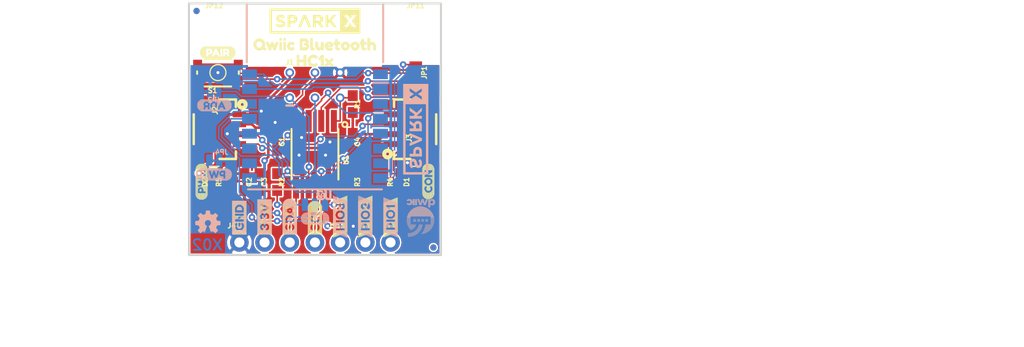
<source format=kicad_pcb>
(kicad_pcb (version 20211014) (generator pcbnew)
  (layers (0 "F.Cu" signal) (31 "B.Cu" signal) (34 "B.Paste" user) (35 "F.Paste" user) (36 "B.SilkS" user "B.Silkscreen") (37 "F.SilkS" user "F.Silkscreen") (38 "B.Mask" user) (39 "F.Mask" user) (44 "Edge.Cuts" user))
  (net 0 "")
  (net 1 "3.3V")
  (net 2 "GND")
  (net 3 "SCL")
  (net 4 "SDA")
  (net 5 "SCL_PU1")
  (net 6 "SDA_PU1")
  (net 7 "ADR")
  (net 8 "~{RST}")
  (net 9 "BT-TXO")
  (net 10 "BT-RXI")
  (net 11 "N$3")
  (net 12 "N$1")
  (net 13 "N$2")
  (net 14 "PIO1/LED")
  (net 15 "PIO2")
  (net 16 "PIO3")
  (net 17 "PIO0/KEY-HM11")
  (net 18 "KEY-HM17")
  (net 19 "N$4")
  (footprint "eagleBoard:0603" (layer "F.Cu") (at 152.3111 106.2736 -90)
    (fp_text reference "C4" (at 0 -0.762 -90) (layer "F.SilkS") (effects (font (size 0.48768 0.48768) (thickness 0.12192)) (justify bottom)))
    (fp_text value "10uF")
    (pad "1" smd rect (at -0.85 0 270) (size 1.1 1) (layers "F.Cu" "F.Paste" "F.Mask") (net 1 "3.3V"))
    (pad "2" smd rect (at 0.85 0 270) (size 1.1 1) (layers "F.Cu" "F.Paste" "F.Mask") (net 2 "GND"))
  )
  (footprint "eagleBoard:0603" (layer "F.Cu") (at 157.1371 110.3376 90)
    (fp_text reference "R4" (at 0 -0.762 90) (layer "F.SilkS") (effects (font (size 0.48768 0.48768) (thickness 0.12192)) (justify bottom)))
    (fp_text value "330")
    (pad "1" smd rect (at -0.85 0 90) (size 1.1 1) (layers "F.Cu" "F.Paste" "F.Mask") (net 13 "N$2"))
    (pad "2" smd rect (at 0.85 0 90) (size 1.1 1) (layers "F.Cu" "F.Paste" "F.Mask") (net 14 "PIO1/LED"))
  )
  (footprint "eagleBoard:0603" (layer "F.Cu") (at 141.3891 110.3376 -90)
    (fp_text reference "C2" (at 0 -0.762 -90) (layer "F.SilkS") (effects (font (size 0.48768 0.48768) (thickness 0.12192)) (justify bottom)))
    (fp_text value "0.1uF")
    (pad "1" smd rect (at -0.85 0 270) (size 1.1 1) (layers "F.Cu" "F.Paste" "F.Mask") (net 1 "3.3V"))
    (pad "2" smd rect (at 0.85 0 270) (size 1.1 1) (layers "F.Cu" "F.Paste" "F.Mask") (net 2 "GND"))
  )
  (footprint "eagleBoard:0603" (layer "F.Cu") (at 152.3111 110.3376 -90)
    (fp_text reference "R3" (at 0 -0.762 -90) (layer "F.SilkS") (effects (font (size 0.48768 0.48768) (thickness 0.12192)) (justify bottom)))
    (fp_text value "2.2k")
    (pad "1" smd rect (at -0.85 0 270) (size 1.1 1) (layers "F.Cu" "F.Paste" "F.Mask") (net 3 "SCL"))
    (pad "2" smd rect (at 0.85 0 270) (size 1.1 1) (layers "F.Cu" "F.Paste" "F.Mask") (net 5 "SCL_PU1"))
  )
  (footprint "eagleBoard:CON13" (layer "F.Cu") (at 159.9311 112.1156 90)
    (fp_text reference "U$17" hide)
    (fp_text value "" hide)
  )
  (footprint "eagleBoard:1X04_1MM_RA" (layer "F.Cu") (at 156.1211 105.0036 90)
    (fp_text reference "J3" (at -1.397 2.159 90) (layer "F.SilkS") (effects (font (size 0.48768 0.48768) (thickness 0.12192)) (justify left bottom)))
    (fp_text value "Qwiic-R")
    (pad "1" smd rect (at -1.5 0 90) (size 0.6 1.35) (layers "F.Cu" "F.Paste" "F.Mask") (net 2 "GND"))
    (pad "2" smd rect (at -0.5 0 90) (size 0.6 1.35) (layers "F.Cu" "F.Paste" "F.Mask") (net 1 "3.3V"))
    (pad "3" smd rect (at 0.5 0 90) (size 0.6 1.35) (layers "F.Cu" "F.Paste" "F.Mask") (net 4 "SDA"))
    (pad "4" smd rect (at 1.5 0 90) (size 0.6 1.35) (layers "F.Cu" "F.Paste" "F.Mask") (net 3 "SCL"))
    (pad "NC1" smd rect (at 2.8 3.675 90) (size 1.2 2) (layers "F.Cu" "F.Paste" "F.Mask"))
    (pad "NC2" smd rect (at -2.8 3.675 90) (size 1.2 2) (layers "F.Cu" "F.Paste" "F.Mask"))
  )
  (footprint "eagleBoard:STAND-OFF" (layer "F.Cu") (at 158.6611 94.8436)
    (fp_text reference "JP11" (at 0 -2.032) (layer "F.SilkS") (effects (font (size 0.48768 0.48768) (thickness 0.12192)) (justify bottom)))
    (fp_text value "STAND-OFF")
    (pad "" np_thru_hole circle (at 0 0) (size 3.302 3.302) (drill 3.302) (layers *.Cu *.Mask))
  )
  (footprint "eagleBoard:0603" (layer "F.Cu") (at 142.9131 110.3376 -90)
    (fp_text reference "C3" (at 0 -0.762 -90) (layer "F.SilkS") (effects (font (size 0.48768 0.48768) (thickness 0.12192)) (justify bottom)))
    (fp_text value "4.7uF")
    (pad "1" smd rect (at -0.85 0 270) (size 1.1 1) (layers "F.Cu" "F.Paste" "F.Mask") (net 1 "3.3V"))
    (pad "2" smd rect (at 0.85 0 270) (size 1.1 1) (layers "F.Cu" "F.Paste" "F.Mask") (net 2 "GND"))
  )
  (footprint "eagleBoard:CREATIVE_COMMONS" (layer "F.Cu") (at 137.0711 126.5936)
    (fp_text reference "FRAME1" hide)
    (fp_text value "FRAME-LETTER" hide)
  )
  (footprint "eagleBoard:PWR5" (layer "F.Cu") (at 137.0711 112.1791 90)
    (fp_text reference "U$16" hide)
    (fp_text value "" hide)
  )
  (footprint "eagleBoard:SMT-JUMPER_3_1-NC_PASTE_NO-SILK" (layer "F.Cu") (at 158.6611 99.2886 -90)
    (fp_text reference "JP1" (at 0 -1.143 -90) (layer "F.SilkS") (effects (font (size 0.48768 0.48768) (thickness 0.12192)) (justify bottom)))
    (fp_text value "Key-Select")
    (pad "1" smd rect (at -0.8128 0 270) (size 0.635 1.27) (layers "F.Cu" "F.Mask") (net 18 "KEY-HM17"))
    (pad "2" smd rect (at 0 0 270) (size 0.635 1.27) (layers "F.Cu" "F.Mask") (net 19 "N$4"))
    (pad "3" smd rect (at 0.8128 0 270) (size 0.635 1.27) (layers "F.Cu" "F.Mask") (net 17 "PIO0/KEY-HM11"))
  )
  (footprint "eagleBoard:HC1X12" (layer "F.Cu") (at 145.5801 98.0821)
    (fp_text reference "U$2" hide)
    (fp_text value "" hide)
  )
  (footprint "eagleBoard:3#3V1" (layer "F.Cu") (at 143.4211 116.0526 90)
    (fp_text reference "U$5" hide)
    (fp_text value "" hide)
  )
  (footprint "eagleBoard:QWIIC_BLUETOOTH11" (layer "F.Cu") (at 141.2621 96.4311)
    (fp_text reference "U$18" hide)
    (fp_text value "" hide)
  )
  (footprint "eagleBoard:SPARKX-MEDIUM" (layer "F.Cu") (at 148.5011 94.0816)
    (fp_text reference "LOGO3" hide)
    (fp_text value "SPARKX-LOGO4" hide)
  )
  (footprint "eagleBoard:1X04_NO_SILK" (layer "F.Cu") (at 140.8811 116.4336)
    (fp_text reference "J4" (at -1.27 -1.397) (layer "F.SilkS") (effects (font (size 0.48768 0.48768) (thickness 0.12192)) (justify left bottom)))
    (fp_text value "I2C")
    (pad "1" thru_hole circle (at 0 0 90) (size 1.8796 1.8796) (drill 1.016) (layers *.Cu *.Mask) (net 2 "GND"))
    (pad "2" thru_hole circle (at 2.54 0 90) (size 1.8796 1.8796) (drill 1.016) (layers *.Cu *.Mask) (net 1 "3.3V"))
    (pad "3" thru_hole circle (at 5.08 0 90) (size 1.8796 1.8796) (drill 1.016) (layers *.Cu *.Mask) (net 4 "SDA"))
    (pad "4" thru_hole circle (at 7.62 0 90) (size 1.8796 1.8796) (drill 1.016) (layers *.Cu *.Mask) (net 3 "SCL"))
  )
  (footprint "eagleBoard:0603" (layer "F.Cu") (at 144.6911 110.3376 -90)
    (fp_text reference "R2" (at 0 -0.762 -90) (layer "F.SilkS") (effects (font (size 0.48768 0.48768) (thickness 0.12192)) (justify bottom)))
    (fp_text value "2.2k")
    (pad "1" smd rect (at -0.85 0 270) (size 1.1 1) (layers "F.Cu" "F.Paste" "F.Mask") (net 4 "SDA"))
    (pad "2" smd rect (at 0.85 0 270) (size 1.1 1) (layers "F.Cu" "F.Paste" "F.Mask") (net 6 "SDA_PU1"))
  )
  (footprint "eagleBoard:LED-0603" (layer "F.Cu") (at 158.6611 110.3376 90)
    (fp_text reference "D1" (at 0 -0.635 90) (layer "F.SilkS") (effects (font (size 0.48768 0.48768) (thickness 0.12192)) (justify bottom)))
    (fp_text value "GREEN")
    (pad "A" smd roundrect (at -0.877 0) (size 1 1) (layers "F.Cu" "F.Paste" "F.Mask") (roundrect_rratio 0.15) (net 13 "N$2"))
    (pad "C" smd roundrect (at 0.877 0) (size 1 1) (layers "F.Cu" "F.Paste" "F.Mask") (roundrect_rratio 0.15) (net 2 "GND"))
  )
  (footprint "eagleBoard:FIDUCIAL-MICRO" (layer "F.Cu") (at 160.4391 116.9416)
    (fp_text reference "JP6" hide)
    (fp_text value "FIDUCIALUFIDUCIAL" hide)
    (pad "1" smd roundrect (at 0 0) (size 0.635 0.635) (layers "F.Cu" "F.Mask") (roundrect_rratio 0.5))
  )
  (footprint "eagleBoard:SO08-EIAJ_MCU" (layer "F.Cu") (at 148.5011 107.5436 180)
    (fp_text reference "U1" (at -2.8575 0 270) (layer "F.SilkS") (effects (font (size 0.48768 0.48768) (thickness 0.12192)) (justify right top)))
    (fp_text value "ATTiny85-Arduino")
    (pad "1" smd rect (at -1.905 3.3782 180) (size 0.6096 2.2098) (layers "F.Cu" "F.Paste" "F.Mask") (net 8 "~{RST}"))
    (pad "2" smd rect (at -0.635 3.3782 180) (size 0.6096 2.2098) (layers "F.Cu" "F.Paste" "F.Mask") (net 9 "BT-TXO"))
    (pad "3" smd rect (at 0.635 3.3782 180) (size 0.6096 2.2098) (layers "F.Cu" "F.Paste" "F.Mask") (net 10 "BT-RXI"))
    (pad "4" smd rect (at 1.905 3.3782 180) (size 0.6096 2.2098) (layers "F.Cu" "F.Paste" "F.Mask") (net 2 "GND"))
    (pad "5" smd rect (at 1.905 -3.3528 180) (size 0.6096 2.2098) (layers "F.Cu" "F.Paste" "F.Mask") (net 4 "SDA"))
    (pad "6" smd rect (at 0.635 -3.3528 180) (size 0.6096 2.2098) (layers "F.Cu" "F.Paste" "F.Mask") (net 7 "ADR"))
    (pad "7" smd rect (at -0.635 -3.3528 180) (size 0.6096 2.2098) (layers "F.Cu" "F.Paste" "F.Mask") (net 3 "SCL"))
    (pad "8" smd rect (at -1.905 -3.3528 180) (size 0.6096 2.2098) (layers "F.Cu" "F.Paste" "F.Mask") (net 1 "3.3V"))
  )
  (footprint "eagleBoard:FIDUCIAL-MICRO" (layer "F.Cu") (at 136.5631 93.0656)
    (fp_text reference "JP7" hide)
    (fp_text value "FIDUCIALUFIDUCIAL" hide)
    (pad "1" smd roundrect (at 0 0) (size 0.635 0.635) (layers "F.Cu" "F.Mask") (roundrect_rratio 0.5))
  )
  (footprint "eagleBoard:PIO33" (layer "F.Cu") (at 151.0411 116.0526 90)
    (fp_text reference "U$8" hide)
    (fp_text value "" hide)
  )
  (footprint "eagleBoard:0603" (layer "F.Cu") (at 144.6911 106.2736 -90)
    (fp_text reference "C1" (at 0 -0.762 -90) (layer "F.SilkS") (effects (font (size 0.48768 0.48768) (thickness 0.12192)) (justify bottom)))
    (fp_text value "0.1uF")
    (pad "1" smd rect (at -0.85 0 270) (size 1.1 1) (layers "F.Cu" "F.Paste" "F.Mask") (net 1 "3.3V"))
    (pad "2" smd rect (at 0.85 0 270) (size 1.1 1) (layers "F.Cu" "F.Paste" "F.Mask") (net 2 "GND"))
  )
  (footprint "eagleBoard:0603" (layer "F.Cu") (at 152.3111 102.4636 -90)
    (fp_text reference "R1" (at 0 -0.762 -90) (layer "F.SilkS") (effects (font (size 0.48768 0.48768) (thickness 0.12192)) (justify bottom)))
    (fp_text value "4.7k")
    (pad "1" smd rect (at -0.85 0 270) (size 1.1 1) (layers "F.Cu" "F.Paste" "F.Mask") (net 8 "~{RST}"))
    (pad "2" smd rect (at 0.85 0 270) (size 1.1 1) (layers "F.Cu" "F.Paste" "F.Mask") (net 1 "3.3V"))
  )
  (footprint "eagleBoard:2X3_TEST_POINTS" (layer "F.Cu") (at 148.5011 100.5586)
    (fp_text reference "J1" (at -3.048 -2.032) (layer "F.SilkS") (effects (font (size 0.48768 0.48768) (thickness 0.12192)) (justify left bottom)))
    (fp_text value "ISP")
    (pad "1" thru_hole circle (at -2.54 1.27) (size 0.8636 0.8636) (drill 0.508) (layers *.Cu) (net 7 "ADR"))
    (pad "2" thru_hole circle (at -2.54 -1.27) (size 0.8636 0.8636) (drill 0.508) (layers *.Cu) (net 1 "3.3V"))
    (pad "3" thru_hole circle (at 0 1.27) (size 0.8636 0.8636) (drill 0.508) (layers *.Cu) (net 3 "SCL"))
    (pad "4" thru_hole circle (at 0 -1.27) (size 0.8636 0.8636) (drill 0.508) (layers *.Cu) (net 4 "SDA"))
    (pad "5" thru_hole circle (at 2.54 1.27) (size 0.8636 0.8636) (drill 0.508) (layers *.Cu) (net 8 "~{RST}"))
    (pad "6" thru_hole circle (at 2.54 -1.27) (size 0.8636 0.8636) (drill 0.508) (layers *.Cu) (net 2 "GND"))
  )
  (footprint "eagleBoard:STAND-OFF" (layer "F.Cu") (at 138.3411 94.8436)
    (fp_text reference "JP12" (at 0 -2.032) (layer "F.SilkS") (effects (font (size 0.48768 0.48768) (thickness 0.12192)) (justify bottom)))
    (fp_text value "STAND-OFF")
    (pad "" np_thru_hole circle (at 0 0) (size 3.302 3.302) (drill 3.302) (layers *.Cu *.Mask))
  )
  (footprint "eagleBoard:PIO110" (layer "F.Cu") (at 156.1211 115.9891 90)
    (fp_text reference "U$3" hide)
    (fp_text value "" hide)
  )
  (footprint "eagleBoard:0603" (layer "F.Cu") (at 139.8651 110.3376 90)
    (fp_text reference "R5" (at 0 -0.762 90) (layer "F.SilkS") (effects (font (size 0.48768 0.48768) (thickness 0.12192)) (justify bottom)))
    (fp_text value "1k")
    (pad "1" smd rect (at -0.85 0 90) (size 1.1 1) (layers "F.Cu" "F.Paste" "F.Mask") (net 11 "N$3"))
    (pad "2" smd rect (at 0.85 0 90) (size 1.1 1) (layers "F.Cu" "F.Paste" "F.Mask") (net 1 "3.3V"))
  )
  (footprint "eagleBoard:1X04_1MM_RA" (layer "F.Cu") (at 140.8811 105.0036 -90)
    (fp_text reference "J2" (at -1.397 2.159 -90) (layer "F.SilkS") (effects (font (size 0.48768 0.48768) (thickness 0.12192)) (justify left bottom)))
    (fp_text value "Qwiic-L")
    (pad "1" smd rect (at -1.5 0 270) (size 0.6 1.35) (layers "F.Cu" "F.Paste" "F.Mask") (net 2 "GND"))
    (pad "2" smd rect (at -0.5 0 270) (size 0.6 1.35) (layers "F.Cu" "F.Paste" "F.Mask") (net 1 "3.3V"))
    (pad "3" smd rect (at 0.5 0 270) (size 0.6 1.35) (layers "F.Cu" "F.Paste" "F.Mask") (net 4 "SDA"))
    (pad "4" smd rect (at 1.5 0 270) (size 0.6 1.35) (layers "F.Cu" "F.Paste" "F.Mask") (net 3 "SCL"))
    (pad "NC1" smd rect (at 2.8 3.675 270) (size 1.2 2) (layers "F.Cu" "F.Paste" "F.Mask"))
    (pad "NC2" smd rect (at -2.8 3.675 270) (size 1.2 2) (layers "F.Cu" "F.Paste" "F.Mask"))
  )
  (footprint "eagleBoard:PAIR15" (layer "F.Cu") (at 136.8171 97.2566)
    (fp_text reference "U$23" hide)
    (fp_text value "" hide)
  )
  (footprint "eagleBoard:SDA4" (layer "F.Cu") (at 145.9611 116.0526 90)
    (fp_text reference "U$6" hide)
    (fp_text value "" hide)
  )
  (footprint "eagleBoard:TACTILE_SWITCH_SMD_4.6X2.8MM" (layer "F.Cu") (at 138.7221 99.2886 180)
    (fp_text reference "S1" (at 0 -1.524 180) (layer "F.SilkS") (effects (font (size 0.48768 0.48768) (thickness 0.12192)) (justify right top)))
    (fp_text value "KEY")
    (pad "1" smd rect (at -2.05 0.8 180) (size 0.9 1) (layers "F.Cu" "F.Paste" "F.Mask") (net 2 "GND"))
    (pad "2" smd rect (at 2.05 0.8 180) (size 0.9 1) (layers "F.Cu" "F.Paste" "F.Mask") (net 2 "GND"))
    (pad "3" smd rect (at 2.05 -0.8 180) (size 0.9 1) (layers "F.Cu" "F.Paste" "F.Mask") (net 19 "N$4"))
    (pad "4" smd rect (at -2.05 -0.8 180) (size 0.9 1) (layers "F.Cu" "F.Paste" "F.Mask") (net 19 "N$4"))
  )
  (footprint "eagleBoard:LED-0603" (layer "F.Cu") (at 138.3411 110.3376 90)
    (fp_text reference "D2" (at 0 -0.635 90) (layer "F.SilkS") (effects (font (size 0.48768 0.48768) (thickness 0.12192)) (justify bottom)))
    (fp_text value "RED")
    (pad "A" smd roundrect (at -0.877 0) (size 1 1) (layers "F.Cu" "F.Paste" "F.Mask") (roundrect_rratio 0.15) (net 11 "N$3"))
    (pad "C" smd roundrect (at 0.877 0) (size 1 1) (layers "F.Cu" "F.Paste" "F.Mask") (roundrect_rratio 0.15) (net 12 "N$1"))
  )
  (footprint "eagleBoard:PIO29" (layer "F.Cu") (at 153.5811 116.0526 90)
    (fp_text reference "U$9" hide)
    (fp_text value "" hide)
  )
  (footprint "eagleBoard:GND0" (layer "F.Cu") (at 140.8811 116.0526 90)
    (fp_text reference "U$4" hide)
    (fp_text value "" hide)
  )
  (footprint "eagleBoard:1X03_NO_SILK" (layer "F.Cu") (at 151.0411 116.4336)
    (fp_text reference "J5" (at -1.27 -1.397) (layer "F.SilkS") (effects (font (size 0.48768 0.48768) (thickness 0.12192)) (justify left bottom)))
    (fp_text value "PIO")
    (pad "1" thru_hole circle (at 0 0 90) (size 1.8796 1.8796) (drill 1.016) (layers *.Cu *.Mask) (net 16 "PIO3"))
    (pad "2" thru_hole circle (at 2.54 0 90) (size 1.8796 1.8796) (drill 1.016) (layers *.Cu *.Mask) (net 15 "PIO2"))
    (pad "3" thru_hole circle (at 5.08 0 90) (size 1.8796 1.8796) (drill 1.016) (layers *.Cu *.Mask) (net 14 "PIO1/LED"))
  )
  (footprint "eagleBoard:SCL2" (layer "F.Cu") (at 148.5011 116.2431 90)
    (fp_text reference "U$7" hide)
    (fp_text value "" hide)
  )
  (footprint "eagleBoard:QWIIC-LOGO-SMALL" (layer "B.Cu") (at 159.2326 113.9571 180)
    (fp_text reference "U$21" hide)
    (fp_text value "" hide)
  )
  (footprint "eagleBoard:PIO110" (layer "B.Cu") (at 156.1211 115.9891 90)
    (fp_text reference "U$22" hide)
    (fp_text value "" hide)
  )
  (footprint "eagleBoard:FIDUCIAL-MICRO" (layer "B.Cu") (at 136.5631 93.0656 180)
    (fp_text reference "JP8" hide)
    (fp_text value "FIDUCIALUFIDUCIAL" hide)
    (pad "1" smd roundrect (at 0 0 180) (size 0.635 0.635) (layers "B.Cu" "B.Mask") (roundrect_rratio 0.5))
  )
  (footprint "eagleBoard:HM-11" (layer "B.Cu") (at 148.5011 101.7016 180)
    (fp_text reference "U2" (at 0 -9.525) (layer "B.SilkS") (effects (font (size 0.8128 0.8128) (thickness 0.2032)) (justify right top mirror)))
    (fp_text value "HM-17")
    (pad "1" smd rect (at -6.6 2.25 180) (size 1.5 1) (layers "B.Cu" "B.Paste" "B.Mask"))
    (pad "2" smd rect (at -6.6 0.75 180) (size 1.5 1) (layers "B.Cu" "B.Paste" "B.Mask") (net 9 "BT-TXO"))
    (pad "3" smd rect (at -6.6 -0.75 180) (size 1.5 1) (layers "B.Cu" "B.Paste" "B.Mask"))
    (pad "4" smd rect (at -6.6 -2.25 180) (size 1.5 1) (layers "B.Cu" "B.Paste" "B.Mask") (net 10 "BT-RXI"))
    (pad "5" smd rect (at -6.6 -3.75 180) (size 1.5 1) (layers "B.Cu" "B.Paste" "B.Mask"))
    (pad "6" smd rect (at -6.6 -5.25 180) (size 1.5 1) (layers "B.Cu" "B.Paste" "B.Mask"))
    (pad "7" smd rect (at -6.6 -6.75 180) (size 1.5 1) (layers "B.Cu" "B.Paste" "B.Mask"))
    (pad "8" smd rect (at -6.6 -8.25 180) (size 1.5 1) (layers "B.Cu" "B.Paste" "B.Mask") (net 18 "KEY-HM17"))
    (pad "9" smd rect (at 6.6 -8.25) (size 1.5 1) (layers "B.Cu" "B.Paste" "B.Mask") (net 1 "3.3V"))
    (pad "10" smd rect (at 6.6 -6.75) (size 1.5 1) (layers "B.Cu" "B.Paste" "B.Mask"))
    (pad "11" smd rect (at 6.6 -5.25) (size 1.5 1) (layers "B.Cu" "B.Paste" "B.Mask"))
    (pad "12" smd rect (at 6.6 -3.75) (size 1.5 1) (layers "B.Cu" "B.Paste" "B.Mask") (net 2 "GND"))
    (pad "13" smd rect (at 6.6 -2.25) (size 1.5 1) (layers "B.Cu" "B.Paste" "B.Mask") (net 16 "PIO3"))
    (pad "14" smd rect (at 6.6 -0.75) (size 1.5 1) (layers "B.Cu" "B.Paste" "B.Mask") (net 15 "PIO2"))
    (pad "15" smd rect (at 6.6 0.75) (size 1.5 1) (layers "B.Cu" "B.Paste" "B.Mask") (net 14 "PIO1/LED"))
    (pad "16" smd rect (at 6.6 2.25) (size 1.5 1) (layers "B.Cu" "B.Paste" "B.Mask") (net 17 "PIO0/KEY-HM11"))
    (zone (net 0) (net_name "") (layer "F.Cu") (connect_pads (clearance 0)) (min_thickness 0.254)
      (keepout (tracks not_allowed) (vias not_allowed) (pads not_allowed) (copperpour not_allowed) (footprints allowed))
      (fill (thermal_gap 0.508) (thermal_bridge_width 0.508))
      (polygon (pts (xy 141.7511 92.4516) (xy 155.2511 92.4516) (xy 155.2511 98.7016) (xy 141.7511 98.7016)))
    )
    (zone (net 0) (net_name "") (layer "B.Cu") (connect_pads (clearance 0)) (min_thickness 0.254)
      (keepout (tracks not_allowed) (vias not_allowed) (pads not_allowed) (copperpour not_allowed) (footprints allowed))
      (fill (thermal_gap 0.508) (thermal_bridge_width 0.508))
      (polygon (pts (xy 155.2511 98.7016) (xy 141.7511 98.7016) (xy 141.7511 92.4516) (xy 155.2511 92.4516)))
    )
  )
  (footprint "eagleBoard:SMT-JUMPER_2_NC_TRACE_NO-SILK" (layer "B.Cu") (at 138.3411 108.1786 180)
    (fp_text reference "JP4" (at 0 1.143) (layer "B.SilkS") (effects (font (size 0.48768 0.48768) (thickness 0.12192)) (justify right top mirror)))
    (fp_text value "PWR-LED")
    (fp_poly (pts (xy -0.2032 -0.127) (xy 0.2032 -0.127) (xy 0.2032 0.127) (xy -0.2032 0.127)) (layer "B.Cu") (width 0) (fill solid))
    (pad "1" smd rect (at -0.508 0 180) (size 0.635 1.27) (layers "B.Cu" "B.Mask") (net 2 "GND"))
    (pad "2" smd rect (at 0.508 0 180) (size 0.635 1.27) (layers "B.Cu" "B.Mask") (net 12 "N$1"))
  )
  (footprint "eagleBoard:SMT-JUMPER_2_NO_NO-SILK" (layer "B.Cu") (at 138.3411 101.1936)
    (fp_text reference "JP2" (at 0 1.143 180) (layer "B.SilkS") (effects (font (size 0.48768 0.48768) (thickness 0.12192)) (justify bottom mirror)))
    (fp_text value "ADR")
    (pad "1" smd rect (at -0.4064 0) (size 0.635 1.27) (layers "B.Cu" "B.Mask") (net 2 "GND"))
    (pad "2" smd rect (at 0.4064 0) (size 0.635 1.27) (layers "B.Cu" "B.Mask") (net 7 "ADR"))
  )
  (footprint "eagleBoard:3#3V1" (layer "B.Cu") (at 143.4211 116.0526 90)
    (fp_text reference "U$11" hide)
    (fp_text value "" hide)
  )
  (footprint "eagleBoard:PWR5" (layer "B.Cu") (at 140.1826 109.5756 180)
    (fp_text reference "U$13" hide)
    (fp_text value "" hide)
  )
  (footprint "eagleBoard:I2C7" (layer "B.Cu") (at 150.0251 114.0206 180)
    (fp_text reference "U$20" hide)
    (fp_text value "" hide)
  )
  (footprint "eagleBoard:FIDUCIAL-MICRO" (layer "B.Cu") (at 160.4391 116.9416 180)
    (fp_text reference "JP5" hide)
    (fp_text value "FIDUCIALUFIDUCIAL" hide)
    (pad "1" smd roundrect (at 0 0 180) (size 0.635 0.635) (layers "B.Cu" "B.Mask") (roundrect_rratio 0.5))
  )
  (footprint "eagleBoard:SMT-JUMPER_3_2-NC_TRACE_NO-SILK" (layer "B.Cu") (at 148.5011 112.6236 180)
    (fp_text reference "JP3" (at 0 1.143) (layer "B.SilkS") (effects (font (size 0.48768 0.48768) (thickness 0.12192)) (justify right top mirror)))
    (fp_text value "I2C")
    (fp_poly (pts (xy 0.3048 -0.127) (xy 0.7112 -0.127) (xy 0.7112 0.127) (xy 0.3048 0.127)) (layer "B.Cu") (width 0) (fill solid))
    (fp_poly (pts (xy -0.7112 -0.127) (xy -0.3048 -0.127) (xy -0.3048 0.127) (xy -0.7112 0.127)) (layer "B.Cu") (width 0) (fill solid))
    (pad "1" smd rect (at -1.016 0 180) (size 0.635 1.27) (layers "B.Cu" "B.Mask") (net 5 "SCL_PU1"))
    (pad "2" smd rect (at 0 0 180) (size 0.635 1.27) (layers "B.Cu" "B.Mask") (net 1 "3.3V"))
    (pad "3" smd rect (at 1.016 0 180) (size 0.635 1.27) (layers "B.Cu" "B.Mask") (net 6 "SDA_PU1"))
  )
  (footprint "eagleBoard:OSHW-LOGO-MINI" (layer "B.Cu") (at 137.7061 114.4651 180)
    (fp_text reference "LOGO1" hide)
    (fp_text value "OSHW-LOGOMINI" hide)
  )
  (footprint "eagleBoard:PIO33" (layer "B.Cu") (at 151.0411 116.0526 90)
    (fp_text reference "U$14" hide)
    (fp_text value "" hide)
  )
  (footprint "eagleBoard:SDA4" (layer "B.Cu") (at 145.9611 116.0526 90)
    (fp_text reference "U$1" hide)
    (fp_text value "" hide)
  )
  (footprint "eagleBoard:ADR8" (layer "B.Cu") (at 140.1826 102.5906 180)
    (fp_text reference "U$19" hide)
    (fp_text value "" hide)
  )
  (footprint "eagleBoard:SPARKX-MEDIUM" (layer "B.Cu") (at 158.6611 105.0036 90)
    (fp_text reference "LOGO2" hide)
    (fp_text value "SPARKX-LOGO4" hide)
  )
  (footprint "eagleBoard:GND0" (layer "B.Cu") (at 140.8811 116.0526 90)
    (fp_text reference "U$10" hide)
    (fp_text value "" hide)
  )
  (footprint "eagleBoard:PIO29" (layer "B.Cu") (at 153.5811 116.0526 90)
    (fp_text reference "U$15" hide)
    (fp_text value "" hide)
  )
  (gr_line (start 135.8011 92.3036) (end 135.8011 117.7036) (layer "Edge.Cuts") (width 0.2032))
  (gr_line (start 135.8011 117.7036) (end 161.2011 117.7036) (layer "Edge.Cuts") (width 0.2032))
  (gr_line (start 161.2011 92.3036) (end 135.8011 92.3036) (layer "Edge.Cuts") (width 0.2032))
  (gr_line (start 161.2011 117.7036) (end 161.2011 92.3036) (layer "Edge.Cuts") (width 0.2032))
  (gr_text "X02" (at 137.6426 116.6876) (layer "B.Cu") (effects (font (size 1.0795 1.0795) (thickness 0.1905)) (justify mirror)))
  (segment (start 151.0617 106.253) (end 151.4817 106.253) (width 0.254) (layer "F.Cu") (net 1))
  (segment (start 152.3111 105.4236) (end 152.3111 103.3136) (width 0.254) (layer "F.Cu") (net 1))
  (segment (start 139.8651 109.4876) (end 141.3891 109.4876) (width 0.254) (layer "F.Cu") (net 1))
  (segment (start 143.8021 105.4236) (end 143.8021 107.7976) (width 0.254) (layer "F.Cu") (net 1))
  (segment (start 142.9131 109.4876) (end 143.4211 108.9796) (width 0.254) (layer "F.Cu") (net 1))
  (segment (start 150.4061 110.8964) (end 150.4061 106.9086) (width 0.254) (layer "F.Cu") (net 1))
  (segment (start 143.8021 107.7976) (end 143.4211 108.1786) (width 0.254) (layer "F.Cu") (net 1))
  (segment (start 146.1761 106.9086) (end 150.4061 106.9086) (width 0.254) (layer "F.Cu") (net 1))
  (segment (start 143.4211 108.9796) (end 143.4211 108.1786) (width 0.254) (layer "F.Cu") (net 1))
  (segment (start 143.8021 105.4236) (end 143.8021 104.8512) (width 0.254) (layer "F.Cu") (net 1))
  (segment (start 142.4987 104.8512) (end 143.8021 104.8512) (width 0.254) (layer "F.Cu") (net 1))
  (segment (start 151.4817 106.253) (end 152.3111 105.4236) (width 0.254) (layer "F.Cu") (net 1))
  (segment (start 143.8021 104.8512) (end 143.8021 102.0826) (width 0.254) (layer "F.Cu") (net 1))
  (segment (start 152.3111 105.4236) (end 152.3911 105.5036) (width 0.254) (layer "F.Cu") (net 1))
  (segment (start 150.4061 106.9086) (end 151.0617 106.253) (width 0.254) (layer "F.Cu") (net 1))
  (segment (start 144.6911 105.4236) (end 146.1761 106.9086) (width 0.254) (layer "F.Cu") (net 1))
  (segment (start 142.1511 104.5036) (end 142.4987 104.8512) (width 0.254) (layer "F.Cu") (net 1))
  (segment (start 145.9611 99.9236) (end 145.9611 99.2886) (width 0.254) (layer "F.Cu") (net 1))
  (segment (start 143.8021 102.0826) (end 145.9611 99.9236) (width 0.254) (layer "F.Cu") (net 1))
  (segment (start 144.6911 105.4236) (end 143.8021 105.4236) (width 0.254) (layer "F.Cu") (net 1))
  (segment (start 152.3911 105.5036) (end 156.1211 105.5036) (width 0.254) (layer "F.Cu") (net 1))
  (segment (start 141.3891 109.4876) (end 142.9131 109.4876) (width 0.254) (layer "F.Cu") (net 1))
  (segment (start 140.8811 104.5036) (end 142.1511 104.5036) (width 0.254) (layer "F.Cu") (net 1))
  (via (at 143.4211 108.1786) (size 0.6604) (drill 0.3048) (layers "F.Cu" "B.Cu") (net 1))
  (via (at 144.6911 113.4618) (size 0.6604) (drill 0.3048) (layers "F.Cu" "B.Cu") (net 1))
  (segment (start 143.4211 116.4336) (end 143.4211 113.8936) (width 0.254) (layer "B.Cu") (net 1))
  (segment (start 141.9011 109.9516) (end 143.4211 109.9516) (width 0.254) (layer "B.Cu") (net 1))
  (segment (start 148.4249 112.6998) (end 148.5011 112.6236) (width 0.1524) (layer "B.Cu") (net 1))
  (segment (start 148.2471 113.8936) (end 148.5011 113.6396) (width 0.1524) (layer "B.Cu") (net 1))
  (segment (start 144.6911 113.4618) (end 143.4211 113.4618) (width 0.1524) (layer "B.Cu") (net 1))
  (segment (start 143.4211 113.8936) (end 143.4211 109.9516) (width 0.254) (layer "B.Cu") (net 1))
  (segment (start 143.4211 109.9516) (end 143.4211 108.1786) (width 0.254) (layer "B.Cu") (net 1))
  (segment (start 145.1229 113.8936) (end 148.2471 113.8936) (width 0.1524) (layer "B.Cu") (net 1))
  (segment (start 144.6911 113.4618) (end 145.1229 113.8936) (width 0.1524) (layer "B.Cu") (net 1))
  (segment (start 143.4211 113.4618) (end 143.4211 113.8936) (width 0.1524) (layer "B.Cu") (net 1))
  (segment (start 148.5011 113.6396) (end 148.5011 112.6236) (width 0.1524) (layer "B.Cu") (net 1))
  (segment (start 148.4249 112.959588) (end 148.4249 112.6998) (width 0.1524) (layer "B.Cu") (net 1))
  (segment (start 138.7221 99.2886) (end 138.7221 98.4886) (width 0.254) (layer "F.Cu") (net 2))
  (segment (start 136.6721 98.4886) (end 138.7221 98.4886) (width 0.254) (layer "F.Cu") (net 2))
  (segment (start 138.7221 98.4886) (end 140.7721 98.4886) (width 0.254) (layer "F.Cu") (net 2))
  (via (at 144.4879 104.3178) (size 0.6604) (drill 0.3048) (layers "F.Cu" "B.Cu") (net 2))
  (via (at 157.8229 108.3818) (size 0.6604) (drill 0.3048) (layers "F.Cu" "B.Cu") (net 2))
  (via (at 150.0124 106.2863) (size 0.6604) (drill 0.3048) (layers "F.Cu" "B.Cu") (net 2))
  (via (at 139.6619 105.4608) (size 0.6604) (drill 0.3048) (layers "F.Cu" "B.Cu") (net 2))
  (via (at 138.7221 99.2886) (size 0.6604) (drill 0.3048) (layers "F.Cu" "B.Cu") (net 2))
  (via (at 143.0909 103.1748) (size 0.6604) (drill 0.3048) (layers "F.Cu" "B.Cu") (net 2))
  (via (at 147.1549 105.8418) (size 0.6604) (drill 0.3048) (layers "F.Cu" "B.Cu") (net 2))
  (via (at 146.9009 107.6198) (size 0.6604) (drill 0.3048) (layers "F.Cu" "B.Cu") (net 2))
  (via (at 152.3619 114.7953) (size 0.6604) (drill 0.3048) (layers "F.Cu" "B.Cu") (net 2))
  (via (at 149.5679 107.6198) (size 0.6604) (drill 0.3048) (layers "F.Cu" "B.Cu") (net 2))
  (segment (start 143.1925 106.9086) (end 142.7875 106.5036) (width 0.1524) (layer "F.Cu") (net 3))
  (segment (start 142.7875 106.5036) (end 140.8811 106.5036) (width 0.1524) (layer "F.Cu") (net 3))
  (segment (start 149.1361 110.8964) (end 149.1361 113.2586) (width 0.1524) (layer "F.Cu") (net 3))
  (segment (start 149.1361 113.2586) (end 148.5011 113.8936) (width 0.1524) (layer "F.Cu") (net 3))
  (segment (start 152.3111 109.4876) (end 151.3205 108.497) (width 0.1524) (layer "F.Cu") (net 3))
  (segment (start 151.3205 108.497) (end 151.3205 107.9754) (width 0.1524) (layer "F.Cu") (net 3))
  (segment (start 149.1361 110.8964) (end 149.1361 109.2454) (width 0.1524) (layer "F.Cu") (net 3))
  (segment (start 153.8685 103.9114) (end 154.2763 103.5036) (width 0.1524) (layer "F.Cu") (net 3))
  (segment (start 148.5011 113.8936) (end 148.5011 116.4336) (width 0.1524) (layer "F.Cu") (net 3))
  (segment (start 154.2763 103.5036) (end 156.1211 103.5036) (width 0.1524) (layer "F.Cu") (net 3))
  (via (at 153.8685 103.9114) (size 0.6604) (drill 0.3048) (layers "F.Cu" "B.Cu") (net 3))
  (via (at 149.1361 109.2454) (size 0.6604) (drill 0.3048) (layers "F.Cu" "B.Cu") (net 3))
  (via (at 151.3205 107.9754) (size 0.6604) (drill 0.3048) (layers "F.Cu" "B.Cu") (net 3))
  (via (at 143.1925 106.9086) (size 0.6604) (drill 0.3048) (layers "F.Cu" "B.Cu") (net 3))
  (segment (start 143.8275 106.9086) (end 143.1925 106.9086) (width 0.1524) (layer "B.Cu") (net 3))
  (segment (start 145.1873 109.465069) (end 145.514631 109.7924) (width 0.1524) (layer "B.Cu") (net 3))
  (segment (start 145.514631 109.7924) (end 147.702968 109.7924) (width 0.1524) (layer "B.Cu") (net 3))
  (segment (start 153.8525 103.9274) (end 153.8685 103.9114) (width 0.1524) (layer "B.Cu") (net 3))
  (segment (start 148.5011 101.8286) (end 148.5011 109.2454) (width 0.1524) (layer "B.Cu") (net 3))
  (segment (start 151.3205 107.9754) (end 153.8525 105.4434) (width 0.1524) (layer "B.Cu") (net 3))
  (segment (start 148.249968 109.2454) (end 148.5011 109.2454) (width 0.1524) (layer "B.Cu") (net 3))
  (segment (start 145.1873 108.2684) (end 143.8275 106.9086) (width 0.1524) (layer "B.Cu") (net 3))
  (segment (start 145.1873 109.465069) (end 145.1873 108.2684) (width 0.1524) (layer "B.Cu") (net 3))
  (segment (start 148.5011 109.2454) (end 149.1361 109.2454) (width 0.1524) (layer "B.Cu") (net 3))
  (segment (start 149.1361 109.2454) (end 150.0505 109.2454) (width 0.1524) (layer "B.Cu") (net 3))
  (segment (start 147.702968 109.7924) (end 148.249968 109.2454) (width 0.1524) (layer "B.Cu") (net 3))
  (segment (start 150.0505 109.2454) (end 151.3205 107.9754) (width 0.1524) (layer "B.Cu") (net 3))
  (segment (start 153.8525 105.4434) (end 153.8525 103.9274) (width 0.1524) (layer "B.Cu") (net 3))
  (segment (start 145.9611 114.5286) (end 145.9611 116.4336) (width 0.1524) (layer "F.Cu") (net 4))
  (segment (start 148.5011 99.7966) (end 148.5011 99.2886) (width 0.1524) (layer "F.Cu") (net 4))
  (segment (start 146.5961 110.0836) (end 145.7461 109.2336) (width 0.1524) (layer "F.Cu") (net 4))
  (segment (start 145.750353 105.620747) (end 146.0627 105.3084) (width 0.1524) (layer "F.Cu") (net 4))
  (segment (start 145.750353 105.620747) (end 145.882506 105.7529) (width 0.1524) (layer "F.Cu") (net 4))
  (segment (start 146.0627 102.714732) (end 147.2565 101.520932) (width 0.1524) (layer "F.Cu") (net 4))
  (segment (start 146.5961 110.8964) (end 146.5961 111.706332) (width 0.1524) (layer "F.Cu") (net 4))
  (segment (start 146.0627 105.3084) (end 146.0627 102.714732) (width 0.1524) (layer "F.Cu") (net 4))
  (segment (start 147.2565 101.520932) (end 147.2565 101.0412) (width 0.1524) (layer "F.Cu") (net 4))
  (segment (start 145.7461 105.620747) (end 145.750353 105.620747) (width 0.1524) (layer "F.Cu") (net 4))
  (segment (start 146.657206 106.5276) (end 148.5392 106.5276) (width 0.1524) (layer "F.Cu") (net 4))
  (segment (start 142.6003 105.5036) (end 143.1925 106.0958) (width 0.1524) (layer "F.Cu") (net 4))
  (segment (start 145.4921 109.4876) (end 145.7461 109.2336) (width 0.1524) (layer "F.Cu") (net 4))
  (segment (start 146.5961 110.8964) (end 146.5961 110.0836) (width 0.1524) (layer "F.Cu") (net 4))
  (segment (start 153.2937 104.6737) (end 153.4638 104.5036) (width 0.1524) (layer "F.Cu") (net 4))
  (segment (start 146.5961 113.8936) (end 145.9611 114.5286) (width 0.1524) (layer "F.Cu") (net 4))
  (segment (start 140.8811 105.5036) (end 142.6003 105.5036) (width 0.1524) (layer "F.Cu") (net 4))
  (segment (start 146.5961 110.8964) (end 146.5961 113.8936) (width 0.1524) (layer "F.Cu") (net 4))
  (segment (start 147.2565 101.0412) (end 148.5011 99.7966) (width 0.1524) (layer "F.Cu") (net 4))
  (segment (start 144.6911 109.4876) (end 145.4921 109.4876) (width 0.1524) (layer "F.Cu") (net 4))
  (segment (start 153.4638 104.5036) (end 156.1211 104.5036) (width 0.1524) (layer "F.Cu") (net 4))
  (segment (start 148.5392 106.5276) (end 149.0599 106.0069) (width 0.1524) (layer "F.Cu") (net 4))
  (segment (start 145.750353 105.620747) (end 146.657206 106.5276) (width 0.1524) (layer "F.Cu") (net 4))
  (via (at 149.0599 106.0069) (size 0.6604) (drill 0.3048) (layers "F.Cu" "B.Cu") (net 4))
  (via (at 145.7461 109.2336) (size 0.6604) (drill 0.3048) (layers "F.Cu" "B.Cu") (net 4))
  (via (at 145.750353 105.620747) (size 0.6604) (drill 0.3048) (layers "F.Cu" "B.Cu") (net 4))
  (via (at 153.2937 104.6737) (size 0.6604) (drill 0.3048) (layers "F.Cu" "B.Cu") (net 4))
  (via (at 143.1925 106.0958) (size 0.6604) (drill 0.3048) (layers "F.Cu" "B.Cu") (net 4))
  (segment (start 152.4047 105.698894) (end 153.2937 104.809894) (width 0.1524) (layer "B.Cu") (net 4))
  (segment (start 153.2937 104.809894) (end 153.2937 104.6737) (width 0.1524) (layer "B.Cu") (net 4))
  (segment (start 149.0599 106.0069) (end 149.367906 105.698894) (width 0.1524) (layer "B.Cu") (net 4))
  (segment (start 144.347828 106.997872) (end 143.953756 106.6038) (width 0.1524) (layer "B.Cu") (net 4))
  (segment (start 143.7005 106.6038) (end 143.1925 106.0958) (width 0.1524) (layer "B.Cu") (net 4))
  (segment (start 144.373228 106.997872) (end 144.347828 106.997872) (width 0.1524) (layer "B.Cu") (net 4))
  (segment (start 145.7461 108.396144) (end 144.347828 106.997872) (width 0.1524) (layer "B.Cu") (net 4))
  (segment (start 145.750353 105.620747) (end 144.373228 106.997872) (width 0.1524) (layer "B.Cu") (net 4))
  (segment (start 145.7461 109.2336) (end 145.7461 108.396144) (width 0.1524) (layer "B.Cu") (net 4))
  (segment (start 143.953756 106.6038) (end 143.7005 106.6038) (width 0.1524) (layer "B.Cu") (net 4))
  (segment (start 149.367906 105.698894) (end 152.4047 105.698894) (width 0.1524) (layer "B.Cu") (net 4))
  (segment (start 152.3111 111.7346) (end 152.3111 111.1876) (width 0.1524) (layer "F.Cu") (net 5))
  (segment (start 150.4061 112.6236) (end 151.4221 112.6236) (width 0.1524) (layer "F.Cu") (net 5))
  (segment (start 151.4221 112.6236) (end 152.3111 111.7346) (width 0.1524) (layer "F.Cu") (net 5))
  (via (at 150.4061 112.6236) (size 0.6604) (drill 0.3048) (layers "F.Cu" "B.Cu") (net 5))
  (segment (start 149.5171 112.6236) (end 150.4061 112.6236) (width 0.1524) (layer "B.Cu") (net 5))
  (segment (start 144.6911 111.1876) (end 144.6911 112.6236) (width 0.1524) (layer "F.Cu") (net 6))
  (via (at 144.6911 112.6236) (size 0.6604) (drill 0.3048) (layers "F.Cu" "B.Cu") (net 6))
  (segment (start 147.4851 112.6236) (end 144.6911 112.6236) (width 0.1524) (layer "B.Cu") (net 6))
  (segment (start 147.8661 108.839) (end 147.8915 108.8136) (width 0.1524) (layer "F.Cu") (net 7))
  (segment (start 147.8661 110.8964) (end 147.8661 108.839) (width 0.1524) (layer "F.Cu") (net 7))
  (via (at 147.8915 108.8136) (size 0.6604) (drill 0.3048) (layers "F.Cu" "B.Cu") (net 7))
  (segment (start 140.569812 101.1936) (end 141.056412 101.6802) (width 0.1524) (layer "B.Cu") (net 7))
  (segment (start 145.8127 101.6802) (end 145.9611 101.8286) (width 0.1524) (layer "B.Cu") (net 7))
  (segment (start 147.8915 108.8136) (end 147.8915 103.759) (width 0.1524) (layer "B.Cu") (net 7))
  (segment (start 141.056412 101.6802) (end 145.8127 101.6802) (width 0.1524) (layer "B.Cu") (net 7))
  (segment (start 147.8915 103.759) (end 145.9611 101.8286) (width 0.1524) (layer "B.Cu") (net 7))
  (segment (start 138.7475 101.1936) (end 140.569812 101.1936) (width 0.1524) (layer "B.Cu") (net 7))
  (segment (start 152.0961 101.8286) (end 152.3111 101.6136) (width 0.1524) (layer "F.Cu") (net 8))
  (segment (start 151.0411 101.8286) (end 152.0961 101.8286) (width 0.1524) (layer "F.Cu") (net 8))
  (segment (start 151.0411 104.1654) (end 151.0411 101.8286) (width 0.1524) (layer "F.Cu") (net 8))
  (segment (start 151.0411 104.1654) (end 150.4061 104.1654) (width 0.1524) (layer "F.Cu") (net 8))
  (segment (start 153.7051 100.835) (end 153.8351 100.965) (width 0.1524) (layer "F.Cu") (net 9))
  (segment (start 151.10075 100.835) (end 153.7051 100.835) (width 0.1524) (layer "F.Cu") (net 9))
  (segment (start 149.1361 102.79965) (end 149.1361 104.1654) (width 0.1524) (layer "F.Cu") (net 9))
  (segment (start 149.1361 102.79965) (end 151.10075 100.835) (width 0.1524) (layer "F.Cu") (net 9))
  (via (at 153.8351 100.965) (size 0.6604) (drill 0.3048) (layers "F.Cu" "B.Cu") (net 9))
  (segment (start 153.8351 100.965) (end 155.0877 100.965) (width 0.1524) (layer "B.Cu") (net 9))
  (segment (start 155.0877 100.965) (end 155.1011 100.9516) (width 0.1524) (layer "B.Cu") (net 9))
  (segment (start 149.1615 102.10215) (end 149.1615 101.983982) (width 0.1524) (layer "F.Cu") (net 10))
  (segment (start 149.1615 101.983982) (end 149.8219 101.323582) (width 0.1524) (layer "F.Cu") (net 10))
  (segment (start 147.8661 103.39755) (end 149.1615 102.10215) (width 0.1524) (layer "F.Cu") (net 10))
  (segment (start 147.8661 104.1654) (end 147.8661 103.39755) (width 0.1524) (layer "F.Cu") (net 10))
  (via (at 149.8219 101.323582) (size 0.6604) (drill 0.3048) (layers "F.Cu" "B.Cu") (net 10))
  (segment (start 151.596918 103.3526) (end 149.8219 101.577582) (width 0.1524) (layer "B.Cu") (net 10))
  (segment (start 149.8219 101.577582) (end 149.8219 101.323582) (width 0.1524) (layer "B.Cu") (net 10))
  (segment (start 154.868768 103.9516) (end 154.269768 103.3526) (width 0.1524) (layer "B.Cu") (net 10))
  (segment (start 154.269768 103.3526) (end 151.596918 103.3526) (width 0.1524) (layer "B.Cu") (net 10))
  (segment (start 154.868768 103.9516) (end 155.1011 103.9516) (width 0.1524) (layer "B.Cu") (net 10))
  (segment (start 139.8381 111.2146) (end 139.8651 111.1876) (width 0.254) (layer "F.Cu") (net 11))
  (segment (start 138.3411 111.2146) (end 139.8381 111.2146) (width 0.254) (layer "F.Cu") (net 11))
  (segment (start 136.8291 109.4606) (end 136.8171 109.4486) (width 0.1524) (layer "F.Cu") (net 12))
  (segment (start 138.3411 109.4606) (end 136.8291 109.4606) (width 0.1524) (layer "F.Cu") (net 12))
  (via (at 136.8171 109.4486) (size 0.6604) (drill 0.3048) (layers "F.Cu" "B.Cu") (net 12))
  (segment (start 137.8331 108.4326) (end 136.8171 109.4486) (width 0.1524) (layer "B.Cu") (net 12))
  (segment (start 137.8331 108.1786) (end 137.8331 108.4326) (width 0.1524) (layer "B.Cu") (net 12))
  (segment (start 157.1371 111.2146) (end 158.6611 111.2146) (width 0.1524) (layer "F.Cu") (net 13))
  (segment (start 157.1371 111.1876) (end 157.1371 111.2146) (width 0.1524) (layer "F.Cu") (net 13))
  (segment (start 153.8685 101.7778) (end 156.7053 101.7778) (width 0.1524) (layer "F.Cu") (net 14))
  (segment (start 156.1211 109.4876) (end 156.1211 116.4336) (width 0.1524) (layer "F.Cu") (net 14))
  (segment (start 157.3911 106.6936) (end 156.1211 107.9636) (width 0.1524) (layer "F.Cu") (net 14))
  (segment (start 157.1371 109.4876) (end 156.1211 109.4876) (width 0.1524) (layer "F.Cu") (net 14))
  (segment (start 156.7053 101.7778) (end 157.3911 102.4636) (width 0.1524) (layer "F.Cu") (net 14))
  (segment (start 157.3911 102.4636) (end 157.3911 106.6936) (width 0.1524) (layer "F.Cu") (net 14))
  (segment (start 156.1211 107.9636) (end 156.1211 109.4876) (width 0.1524) (layer "F.Cu") (net 14))
  (via (at 153.8685 101.7778) (size 0.6604) (drill 0.3048) (layers "F.Cu" "B.Cu") (net 14))
  (segment (start 141.9011 100.9516) (end 148.136368 100.9516) (width 0.1524) (layer "B.Cu") (net 14))
  (segment (start 152.844612 100.764782) (end 153.603631 101.5238) (width 0.1524) (layer "B.Cu") (net 14))
  (segment (start 153.603631 101.5238) (end 153.6145 101.5238) (width 0.1524) (layer "B.Cu") (net 14))
  (segment (start 153.6145 101.5238) (end 153.8685 101.7778) (width 0.1524) (layer "B.Cu") (net 14))
  (segment (start 148.323187 100.764782) (end 152.844612 100.764782) (width 0.1524) (layer "B.Cu") (net 14))
  (segment (start 148.136368 100.9516) (end 148.323187 100.764782) (width 0.1524) (layer "B.Cu") (net 14))
  (segment (start 149.7711 114.7826) (end 151.558931 114.7826) (width 0.1524) (layer "F.Cu") (net 15))
  (segment (start 152.5016 115.3541) (end 153.5811 116.4336) (width 0.1524) (layer "F.Cu") (net 15))
  (segment (start 142.5321 114.2746) (end 144.6911 114.2746) (width 0.1524) (layer "F.Cu") (net 15))
  (segment (start 142.1511 113.8936) (end 142.5321 114.2746) (width 0.1524) (layer "F.Cu") (net 15))
  (segment (start 152.130431 115.3541) (end 152.5016 115.3541) (width 0.1524) (layer "F.Cu") (net 15))
  (segment (start 151.558931 114.7826) (end 152.130431 115.3541) (width 0.1524) (layer "F.Cu") (net 15))
  (via (at 142.1511 113.8936) (size 0.6604) (drill 0.3048) (layers "F.Cu" "B.Cu") (net 15))
  (via (at 149.7711 114.7826) (size 0.6604) (drill 0.3048) (layers "F.Cu" "B.Cu") (net 15))
  (via (at 144.6911 114.2746) (size 0.6604) (drill 0.3048) (layers "F.Cu" "B.Cu") (net 15))
  (segment (start 140.8811 111.3536) (end 142.1511 112.6236) (width 0.1524) (layer "B.Cu") (net 15))
  (segment (start 149.2631 114.2746) (end 149.7711 114.7826) (width 0.1524) (layer "B.Cu") (net 15))
  (segment (start 141.9011 102.4516) (end 141.6551 102.4516) (width 0.1524) (layer "B.Cu") (net 15))
  (segment (start 138.7983 104.750344) (end 138.7983 105.891857) (width 0.1524) (layer "B.Cu") (net 15))
  (segment (start 142.1511 112.6236) (end 142.1511 113.8936) (width 0.1524) (layer "B.Cu") (net 15))
  (segment (start 141.6551 102.4516) (end 140.8837 103.223) (width 0.1524) (layer "B.Cu") (net 15))
  (segment (start 140.325643 103.223) (end 138.7983 104.750344) (width 0.1524) (layer "B.Cu") (net 15))
  (segment (start 140.8811 107.974657) (end 140.8811 111.3536) (width 0.1524) (layer "B.Cu") (net 15))
  (segment (start 138.7983 105.891857) (end 140.8811 107.974657) (width 0.1524) (layer "B.Cu") (net 15))
  (segment (start 144.6911 114.2746) (end 149.2631 114.2746) (width 0.1524) (layer "B.Cu") (net 15))
  (segment (start 140.8837 103.223) (end 140.325643 103.223) (width 0.1524) (layer "B.Cu") (net 15))
  (segment (start 146.644775 111.3536) (end 144.8825 109.591325) (width 0.1524) (layer "B.Cu") (net 16))
  (segment (start 151.0411 112.468332) (end 151.0411 116.4336) (width 0.1524) (layer "B.Cu") (net 16))
  (segment (start 149.926368 111.3536) (end 146.644775 111.3536) (width 0.1524) (layer "B.Cu") (net 16))
  (segment (start 151.0411 112.468332) (end 149.926368 111.3536) (width 0.1524) (layer "B.Cu") (net 16))
  (segment (start 139.1031 104.8766) (end 139.1031 105.7656) (width 0.1524) (layer "B.Cu") (net 16))
  (segment (start 143.189631 107.6198) (end 144.107643 107.6198) (width 0.1524) (layer "B.Cu") (net 16))
  (segment (start 141.0605 107.723) (end 143.086431 107.723) (width 0.1524) (layer "B.Cu") (net 16))
  (segment (start 144.107643 107.6198) (end 144.8825 108.394657) (width 0.1524) (layer "B.Cu") (net 16))
  (segment (start 140.0281 103.9516) (end 139.1031 104.8766) (width 0.1524) (layer "B.Cu") (net 16))
  (segment (start 144.8825 109.591325) (end 144.8825 108.394657) (width 0.1524) (layer "B.Cu") (net 16))
  (segment (start 141.9011 103.9516) (end 140.0281 103.9516) (width 0.1524) (layer "B.Cu") (net 16))
  (segment (start 143.086431 107.723) (end 143.189631 107.6198) (width 0.1524) (layer "B.Cu") (net 16))
  (segment (start 139.1031 105.7656) (end 141.0605 107.723) (width 0.1524) (layer "B.Cu") (net 16))
  (segment (start 153.8351 100.1522) (end 158.6103 100.1522) (width 0.1524) (layer "F.Cu") (net 17))
  (segment (start 158.6103 100.1522) (end 158.6611 100.1014) (width 0.1524) (layer "F.Cu") (net 17))
  (via (at 153.8351 100.1522) (size 0.6604) (drill 0.3048) (layers "F.Cu" "B.Cu") (net 17))
  (segment (start 143.3301 99.4516) (end 144.3863 100.5078) (width 0.1524) (layer "B.Cu") (net 17))
  (segment (start 153.6319 100.3554) (end 153.8351 100.1522) (width 0.1524) (layer "B.Cu") (net 17))
  (segment (start 148.037425 100.5078) (end 148.189825 100.3554) (width 0.1524) (layer "B.Cu") (net 17))
  (segment (start 141.9011 99.4516) (end 143.3301 99.4516) (width 0.1524) (layer "B.Cu") (net 17))
  (segment (start 148.189825 100.3554) (end 153.6319 100.3554) (width 0.1524) (layer "B.Cu") (net 17))
  (segment (start 144.3863 100.5078) (end 148.037425 100.5078) (width 0.1524) (layer "B.Cu") (net 17))
  (segment (start 157.3911 98.4758) (end 158.6611 98.4758) (width 0.1524) (layer "F.Cu") (net 18))
  (via (at 157.3911 98.4758) (size 0.6604) (drill 0.3048) (layers "F.Cu" "B.Cu") (net 18))
  (segment (start 157.3911 99.260332) (end 157.3911 98.4758) (width 0.1524) (layer "B.Cu") (net 18))
  (segment (start 156.2531 109.9516) (end 156.5275 109.6772) (width 0.1524) (layer "B.Cu") (net 18))
  (segment (start 156.5275 100.123932) (end 157.3911 99.260332) (width 0.1524) (layer "B.Cu") (net 18))
  (segment (start 156.5275 109.6772) (end 156.5275 100.123932) (width 0.1524) (layer "B.Cu") (net 18))
  (segment (start 155.1011 109.9516) (end 156.2531 109.9516) (width 0.1524) (layer "B.Cu") (net 18))
  (segment (start 140.9117 99.949) (end 144.6911 99.949) (width 0.1524) (layer "F.Cu") (net 19))
  (segment (start 158.6103 99.3394) (end 158.6611 99.2886) (width 0.1524) (layer "F.Cu") (net 19))
  (segment (start 153.8685 99.3394) (end 158.6103 99.3394) (width 0.1524) (layer "F.Cu") (net 19))
  (segment (start 140.7721 100.0886) (end 140.9117 99.949) (width 0.1524) (layer "F.Cu") (net 19))
  (segment (start 136.6721 100.0886) (end 140.7721 100.0886) (width 0.1524) (layer "F.Cu") (net 19))
  (via (at 144.6911 99.949) (size 0.6604) (drill 0.3048) (layers "F.Cu" "B.Cu") (net 19))
  (via (at 153.8685 99.3394) (size 0.6604) (drill 0.3048) (layers "F.Cu" "B.Cu") (net 19))
  (segment (start 153.37205 99.2886) (end 153.8177 99.2886) (width 0.1524) (layer "B.Cu") (net 19))
  (segment (start 152.71165 99.949) (end 153.37205 99.2886) (width 0.1524) (layer "B.Cu") (net 19))
  (segment (start 144.6911 99.949) (end 152.71165 99.949) (width 0.1524) (layer "B.Cu") (net 19))
  (segment (start 153.8177 99.2886) (end 153.8685 99.3394) (width 0.1524) (layer "B.Cu") (net 19))
  (zone (net 2) (net_name "GND") (layer "F.Cu") (priority 6) (connect_pads (clearance 0.1524)) (min_thickness 0.127) (fill yes (thermal_gap 0.304) (thermal_bridge_width 0.304))
    (polygon (pts (xy 161.3281 117.8306) (xy 135.6741 117.8306) (xy 135.6741 98.5266) (xy 161.3281 98.5266)))
  )
  (zone (net 2) (net_name "GND") (layer "B.Cu") (priority 6) (connect_pads (clearance 0.1524)) (min_thickness 0.127) (fill yes (thermal_gap 0.304) (thermal_bridge_width 0.304))
    (polygon (pts (xy 161.3281 117.8306) (xy 135.6741 117.8306) (xy 135.6741 98.5266) (xy 161.3281 98.5266)))
  )
)
</source>
